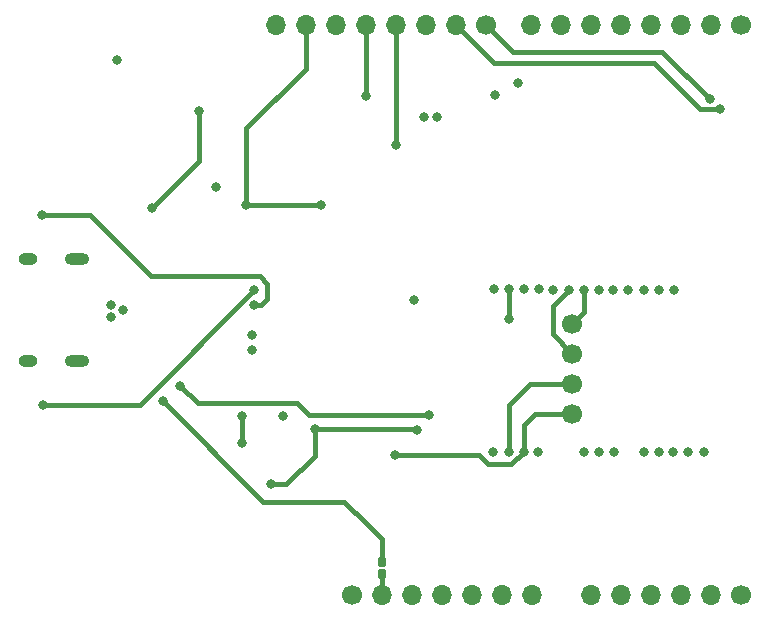
<source format=gbr>
%TF.GenerationSoftware,KiCad,Pcbnew,8.0.5*%
%TF.CreationDate,2024-12-12T18:20:32+01:00*%
%TF.ProjectId,Arduino_ESP,41726475-696e-46f5-9f45-53502e6b6963,rev?*%
%TF.SameCoordinates,Original*%
%TF.FileFunction,Copper,L4,Bot*%
%TF.FilePolarity,Positive*%
%FSLAX46Y46*%
G04 Gerber Fmt 4.6, Leading zero omitted, Abs format (unit mm)*
G04 Created by KiCad (PCBNEW 8.0.5) date 2024-12-12 18:20:32*
%MOMM*%
%LPD*%
G01*
G04 APERTURE LIST*
G04 Aperture macros list*
%AMRoundRect*
0 Rectangle with rounded corners*
0 $1 Rounding radius*
0 $2 $3 $4 $5 $6 $7 $8 $9 X,Y pos of 4 corners*
0 Add a 4 corners polygon primitive as box body*
4,1,4,$2,$3,$4,$5,$6,$7,$8,$9,$2,$3,0*
0 Add four circle primitives for the rounded corners*
1,1,$1+$1,$2,$3*
1,1,$1+$1,$4,$5*
1,1,$1+$1,$6,$7*
1,1,$1+$1,$8,$9*
0 Add four rect primitives between the rounded corners*
20,1,$1+$1,$2,$3,$4,$5,0*
20,1,$1+$1,$4,$5,$6,$7,0*
20,1,$1+$1,$6,$7,$8,$9,0*
20,1,$1+$1,$8,$9,$2,$3,0*%
G04 Aperture macros list end*
%TA.AperFunction,ComponentPad*%
%ADD10C,1.700000*%
%TD*%
%TA.AperFunction,ComponentPad*%
%ADD11O,1.700000X1.700000*%
%TD*%
%TA.AperFunction,ComponentPad*%
%ADD12O,2.100000X1.000000*%
%TD*%
%TA.AperFunction,ComponentPad*%
%ADD13O,1.600000X1.000000*%
%TD*%
%TA.AperFunction,SMDPad,CuDef*%
%ADD14C,1.700000*%
%TD*%
%TA.AperFunction,SMDPad,CuDef*%
%ADD15RoundRect,0.187500X-0.187500X0.212500X-0.187500X-0.212500X0.187500X-0.212500X0.187500X0.212500X0*%
%TD*%
%TA.AperFunction,ViaPad*%
%ADD16C,0.800000*%
%TD*%
%TA.AperFunction,Conductor*%
%ADD17C,0.400000*%
%TD*%
G04 APERTURE END LIST*
D10*
%TO.P,J1,1,Pin_1*%
%TO.N,RX*%
X181100000Y-62800000D03*
D11*
%TO.P,J1,2,Pin_2*%
%TO.N,TX*%
X178560000Y-62800000D03*
%TO.P,J1,3,Pin_3*%
%TO.N,IO4*%
X176020000Y-62800000D03*
%TO.P,J1,4,Pin_4*%
%TO.N,IO13*%
X173480000Y-62800000D03*
%TO.P,J1,5,Pin_5*%
%TO.N,IO15*%
X170940000Y-62800000D03*
%TO.P,J1,6,Pin_6*%
%TO.N,IO18*%
X168400000Y-62800000D03*
%TO.P,J1,7,Pin_7*%
%TO.N,IO19*%
X165860000Y-62800000D03*
%TO.P,J1,8,Pin_8*%
%TO.N,IO21*%
X163320000Y-62800000D03*
%TD*%
D10*
%TO.P,J2,1,Pin_1*%
%TO.N,IO22*%
X159500000Y-62800000D03*
D11*
%TO.P,J2,2,Pin_2*%
%TO.N,IO23*%
X156960000Y-62800000D03*
%TO.P,J2,3,Pin_3*%
%TO.N,IO5*%
X154420000Y-62800000D03*
%TO.P,J2,4,Pin_4*%
%TO.N,IO12*%
X151880000Y-62800000D03*
%TO.P,J2,5,Pin_5*%
%TO.N,IO14*%
X149340000Y-62800000D03*
%TO.P,J2,6,Pin_6*%
%TO.N,IO27*%
X146800000Y-62800000D03*
%TO.P,J2,7,Pin_7*%
%TO.N,GND*%
X144260000Y-62800000D03*
%TO.P,J2,8,Pin_8*%
%TO.N,+3.3V*%
X141720000Y-62800000D03*
%TD*%
D10*
%TO.P,J4,1,Pin_1*%
%TO.N,RESET*%
X148160000Y-111100000D03*
D11*
%TO.P,J4,2,Pin_2*%
%TO.N,Net-(J4-Pin_2)*%
X150700000Y-111100000D03*
%TO.P,J4,3,Pin_3*%
X153240000Y-111100000D03*
%TO.P,J4,4,Pin_4*%
%TO.N,+3.3V*%
X155780000Y-111100000D03*
%TO.P,J4,5,Pin_5*%
X158320000Y-111100000D03*
%TO.P,J4,6,Pin_6*%
%TO.N,GND*%
X160860000Y-111100000D03*
%TO.P,J4,7,Pin_7*%
X163400000Y-111100000D03*
%TD*%
D12*
%TO.P,J6,S1,SHIELD*%
%TO.N,unconnected-(J6-SHIELD-PadS1)_2*%
X124865800Y-82630000D03*
D13*
%TO.N,unconnected-(J6-SHIELD-PadS1)_1*%
X120685800Y-82630000D03*
D12*
%TO.N,unconnected-(J6-SHIELD-PadS1)*%
X124865800Y-91270000D03*
D13*
%TO.N,unconnected-(J6-SHIELD-PadS1)_3*%
X120685800Y-91270000D03*
%TD*%
D10*
%TO.P,J3,1,Pin_1*%
%TO.N,IO36*%
X181100000Y-111100000D03*
D11*
%TO.P,J3,2,Pin_2*%
%TO.N,IO39*%
X178560000Y-111100000D03*
%TO.P,J3,3,Pin_3*%
%TO.N,IO34*%
X176020000Y-111100000D03*
%TO.P,J3,4,Pin_4*%
%TO.N,IO35*%
X173480000Y-111100000D03*
%TO.P,J3,5,Pin_5*%
%TO.N,IO32*%
X170940000Y-111100000D03*
%TO.P,J3,6,Pin_6*%
%TO.N,IO33*%
X168400000Y-111100000D03*
%TD*%
D14*
%TO.P,J5,1,Pin_1*%
%TO.N,IO25*%
X166776400Y-88097200D03*
%TO.P,J5,2,Pin_2*%
%TO.N,IO26*%
X166776400Y-90637200D03*
%TO.P,J5,3,Pin_3*%
%TO.N,IO2*%
X166776400Y-93177200D03*
%TO.P,J5,4,Pin_4*%
%TO.N,IO0*%
X166776400Y-95717200D03*
%TD*%
D15*
%TO.P,R17,1*%
%TO.N,+5V*%
X150672800Y-108252800D03*
%TO.P,R17,2*%
%TO.N,Net-(J4-Pin_2)*%
X150672800Y-109272800D03*
%TD*%
D16*
%TO.N,GND*%
X139192000Y-78081400D03*
X133604000Y-93370400D03*
X145542000Y-78079600D03*
X154635200Y-95859600D03*
X161391600Y-85191600D03*
X161391600Y-87731600D03*
%TO.N,+3.3V*%
X131165600Y-78333600D03*
X153670000Y-97078800D03*
X141273800Y-101727000D03*
X135156400Y-70075600D03*
X144982200Y-97053400D03*
%TO.N,+5V*%
X136601200Y-76504800D03*
X128778000Y-86969600D03*
X132130800Y-94640400D03*
%TO.N,RESET*%
X142316200Y-95910400D03*
X153365200Y-86106000D03*
X128219200Y-65786000D03*
%TO.N,IO39*%
X174091600Y-85242400D03*
%TO.N,IO36*%
X175361600Y-85242400D03*
%TO.N,IO34*%
X172821600Y-85242400D03*
%TO.N,IO35*%
X171500800Y-85242400D03*
%TO.N,IO32*%
X170230800Y-85242400D03*
%TO.N,IO33*%
X169011600Y-85242400D03*
%TO.N,IO25*%
X167741600Y-85293200D03*
%TO.N,IO26*%
X166471600Y-85293200D03*
%TO.N,IO27*%
X165177000Y-85242400D03*
%TO.N,IO14*%
X163931600Y-85191600D03*
X149340000Y-68834000D03*
%TO.N,IO12*%
X162661600Y-85191600D03*
X151880000Y-72999600D03*
%TO.N,IO13*%
X160121600Y-85191600D03*
%TO.N,IO15*%
X154228800Y-70612000D03*
X160070800Y-98958400D03*
%TO.N,IO2*%
X161391600Y-99009200D03*
%TO.N,IO0*%
X162661600Y-98958400D03*
X151790400Y-99263200D03*
%TO.N,IO4*%
X163880800Y-98958400D03*
X155295600Y-70612000D03*
%TO.N,IO5*%
X167741600Y-98958400D03*
%TO.N,IO18*%
X160223200Y-68732400D03*
X169011600Y-98958400D03*
%TO.N,IO19*%
X170281600Y-98958400D03*
X162204400Y-67716400D03*
%TO.N,IO21*%
X172821600Y-98958400D03*
%TO.N,TX*%
X139852400Y-85293200D03*
X174091600Y-98958400D03*
X121970800Y-94996000D03*
%TO.N,RX*%
X121869200Y-78943200D03*
X139852400Y-86563200D03*
X175310800Y-98958400D03*
%TO.N,IO22*%
X178409600Y-69088000D03*
X176580800Y-98958400D03*
%TO.N,IO23*%
X179273200Y-69951600D03*
X177901600Y-98958400D03*
%TO.N,RTS*%
X138785600Y-98247200D03*
X138785600Y-95961200D03*
%TO.N,D+*%
X127762000Y-87512403D03*
X139649200Y-89103200D03*
%TO.N,D-*%
X127762000Y-86512400D03*
X139649200Y-90373200D03*
%TD*%
D17*
%TO.N,GND*%
X161391600Y-85191600D02*
X161391600Y-87731600D01*
X135077200Y-94843600D02*
X133604000Y-93370400D01*
X143510000Y-94843600D02*
X135585200Y-94843600D01*
X144260000Y-66509200D02*
X144260000Y-62800000D01*
X139192000Y-78081400D02*
X139192000Y-71577200D01*
X144526000Y-95859600D02*
X143510000Y-94843600D01*
X145542000Y-78079600D02*
X139193800Y-78079600D01*
X139192000Y-71577200D02*
X144260000Y-66509200D01*
X154635200Y-95859600D02*
X144526000Y-95859600D01*
X139193800Y-78079600D02*
X139192000Y-78081400D01*
X135585200Y-94843600D02*
X135077200Y-94843600D01*
%TO.N,+3.3V*%
X135156400Y-74342800D02*
X131165600Y-78333600D01*
X142543800Y-101727000D02*
X144982200Y-99288600D01*
X135156400Y-70075600D02*
X135156400Y-74342800D01*
X144982200Y-99288600D02*
X144982200Y-97053400D01*
X153670000Y-97078800D02*
X153644600Y-97053400D01*
X153644600Y-97053400D02*
X144982200Y-97053400D01*
X141273800Y-101727000D02*
X142543800Y-101727000D01*
%TO.N,+5V*%
X140614400Y-103174800D02*
X132130800Y-94691200D01*
X150672800Y-108252800D02*
X150672800Y-106375200D01*
X141782800Y-103174800D02*
X140614400Y-103174800D01*
X147472400Y-103174800D02*
X141782800Y-103174800D01*
X149402800Y-105105200D02*
X147472400Y-103174800D01*
X132130800Y-94691200D02*
X132130800Y-94640400D01*
X150672800Y-106375200D02*
X149402800Y-105105200D01*
%TO.N,IO25*%
X167741600Y-87132000D02*
X166776400Y-88097200D01*
X167741600Y-85293200D02*
X167741600Y-87132000D01*
%TO.N,IO26*%
X165150800Y-86614000D02*
X165150800Y-89011600D01*
X165150800Y-89011600D02*
X166776400Y-90637200D01*
X166471600Y-85293200D02*
X165150800Y-86614000D01*
%TO.N,IO14*%
X149340000Y-68834000D02*
X149340000Y-62800000D01*
%TO.N,IO12*%
X151880000Y-72999600D02*
X151880000Y-62800000D01*
%TO.N,Net-(J4-Pin_2)*%
X150672800Y-109272800D02*
X150672800Y-111072800D01*
X150672800Y-111072800D02*
X150700000Y-111100000D01*
%TO.N,IO2*%
X163210400Y-93177200D02*
X166776400Y-93177200D01*
X161391600Y-94996000D02*
X163210400Y-93177200D01*
X161391600Y-99009200D02*
X161391600Y-94996000D01*
%TO.N,IO0*%
X162661600Y-98958400D02*
X162661600Y-96723200D01*
X163667600Y-95717200D02*
X166776400Y-95717200D01*
X161594800Y-100025200D02*
X162661600Y-98958400D01*
X158902400Y-99263200D02*
X159664400Y-100025200D01*
X162661600Y-96723200D02*
X163667600Y-95717200D01*
X159664400Y-100025200D02*
X161594800Y-100025200D01*
X151790400Y-99263200D02*
X158902400Y-99263200D01*
%TO.N,TX*%
X130149600Y-94996000D02*
X121970800Y-94996000D01*
X139852400Y-85293200D02*
X130149600Y-94996000D01*
%TO.N,RX*%
X140309600Y-84074000D02*
X131114800Y-84074000D01*
X139852400Y-86563200D02*
X140411200Y-86563200D01*
X140970000Y-86004400D02*
X140970000Y-84734400D01*
X131114800Y-84074000D02*
X125984000Y-78943200D01*
X140411200Y-86563200D02*
X140970000Y-86004400D01*
X125984000Y-78943200D02*
X121869200Y-78943200D01*
X140970000Y-84734400D02*
X140309600Y-84074000D01*
%TO.N,IO22*%
X161774800Y-65074800D02*
X159500000Y-62800000D01*
X174396400Y-65074800D02*
X161774800Y-65074800D01*
X178409600Y-69088000D02*
X174396400Y-65074800D01*
%TO.N,IO23*%
X173685200Y-66040000D02*
X160200000Y-66040000D01*
X179273200Y-69951600D02*
X177596800Y-69951600D01*
X160200000Y-66040000D02*
X156960000Y-62800000D01*
X177596800Y-69951600D02*
X173685200Y-66040000D01*
%TO.N,RTS*%
X138785600Y-95961200D02*
X138785600Y-98247200D01*
%TD*%
M02*

</source>
